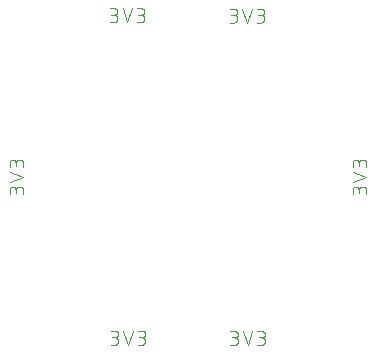
<source format=gbr>
G04 EAGLE Gerber RS-274X export*
G75*
%MOMM*%
%FSLAX34Y34*%
%LPD*%
%INSilkscreen Top*%
%IPPOS*%
%AMOC8*
5,1,8,0,0,1.08239X$1,22.5*%
G01*
%ADD10C,0.101600*%


D10*
X381518Y476853D02*
X384764Y476853D01*
X384877Y476855D01*
X384990Y476861D01*
X385103Y476871D01*
X385216Y476885D01*
X385328Y476902D01*
X385439Y476924D01*
X385549Y476949D01*
X385659Y476979D01*
X385767Y477012D01*
X385874Y477049D01*
X385980Y477089D01*
X386084Y477134D01*
X386187Y477182D01*
X386288Y477233D01*
X386387Y477288D01*
X386484Y477346D01*
X386579Y477408D01*
X386672Y477473D01*
X386762Y477541D01*
X386850Y477612D01*
X386936Y477687D01*
X387019Y477764D01*
X387099Y477844D01*
X387176Y477927D01*
X387251Y478013D01*
X387322Y478101D01*
X387390Y478191D01*
X387455Y478284D01*
X387517Y478379D01*
X387575Y478476D01*
X387630Y478575D01*
X387681Y478676D01*
X387729Y478779D01*
X387774Y478883D01*
X387814Y478989D01*
X387851Y479096D01*
X387884Y479204D01*
X387914Y479314D01*
X387939Y479424D01*
X387961Y479535D01*
X387978Y479647D01*
X387992Y479760D01*
X388002Y479873D01*
X388008Y479986D01*
X388010Y480099D01*
X388008Y480212D01*
X388002Y480325D01*
X387992Y480438D01*
X387978Y480551D01*
X387961Y480663D01*
X387939Y480774D01*
X387914Y480884D01*
X387884Y480994D01*
X387851Y481102D01*
X387814Y481209D01*
X387774Y481315D01*
X387729Y481419D01*
X387681Y481522D01*
X387630Y481623D01*
X387575Y481722D01*
X387517Y481819D01*
X387455Y481914D01*
X387390Y482007D01*
X387322Y482097D01*
X387251Y482185D01*
X387176Y482271D01*
X387099Y482354D01*
X387019Y482434D01*
X386936Y482511D01*
X386850Y482586D01*
X386762Y482657D01*
X386672Y482725D01*
X386579Y482790D01*
X386484Y482852D01*
X386387Y482910D01*
X386288Y482965D01*
X386187Y483016D01*
X386084Y483064D01*
X385980Y483109D01*
X385874Y483149D01*
X385767Y483186D01*
X385659Y483219D01*
X385549Y483249D01*
X385439Y483274D01*
X385328Y483296D01*
X385216Y483313D01*
X385103Y483327D01*
X384990Y483337D01*
X384877Y483343D01*
X384764Y483345D01*
X385413Y488537D02*
X381518Y488537D01*
X385413Y488537D02*
X385514Y488535D01*
X385614Y488529D01*
X385714Y488519D01*
X385814Y488506D01*
X385913Y488488D01*
X386012Y488467D01*
X386109Y488442D01*
X386206Y488413D01*
X386301Y488380D01*
X386395Y488344D01*
X386487Y488304D01*
X386578Y488261D01*
X386667Y488214D01*
X386754Y488164D01*
X386840Y488110D01*
X386923Y488053D01*
X387003Y487993D01*
X387082Y487930D01*
X387158Y487863D01*
X387231Y487794D01*
X387301Y487722D01*
X387369Y487648D01*
X387434Y487571D01*
X387495Y487491D01*
X387554Y487409D01*
X387609Y487325D01*
X387661Y487239D01*
X387710Y487151D01*
X387755Y487061D01*
X387797Y486969D01*
X387835Y486876D01*
X387869Y486781D01*
X387900Y486686D01*
X387927Y486589D01*
X387950Y486491D01*
X387970Y486392D01*
X387985Y486292D01*
X387997Y486192D01*
X388005Y486092D01*
X388009Y485991D01*
X388009Y485891D01*
X388005Y485790D01*
X387997Y485690D01*
X387985Y485590D01*
X387970Y485490D01*
X387950Y485391D01*
X387927Y485293D01*
X387900Y485196D01*
X387869Y485101D01*
X387835Y485006D01*
X387797Y484913D01*
X387755Y484821D01*
X387710Y484731D01*
X387661Y484643D01*
X387609Y484557D01*
X387554Y484473D01*
X387495Y484391D01*
X387434Y484311D01*
X387369Y484234D01*
X387301Y484160D01*
X387231Y484088D01*
X387158Y484019D01*
X387082Y483952D01*
X387003Y483889D01*
X386923Y483829D01*
X386840Y483772D01*
X386754Y483718D01*
X386667Y483668D01*
X386578Y483621D01*
X386487Y483578D01*
X386395Y483538D01*
X386301Y483502D01*
X386206Y483469D01*
X386109Y483440D01*
X386012Y483415D01*
X385913Y483394D01*
X385814Y483376D01*
X385714Y483363D01*
X385614Y483353D01*
X385514Y483347D01*
X385413Y483345D01*
X385413Y483344D02*
X382817Y483344D01*
X392299Y488537D02*
X396194Y476853D01*
X400089Y488537D01*
X404378Y476853D02*
X407624Y476853D01*
X407737Y476855D01*
X407850Y476861D01*
X407963Y476871D01*
X408076Y476885D01*
X408188Y476902D01*
X408299Y476924D01*
X408409Y476949D01*
X408519Y476979D01*
X408627Y477012D01*
X408734Y477049D01*
X408840Y477089D01*
X408944Y477134D01*
X409047Y477182D01*
X409148Y477233D01*
X409247Y477288D01*
X409344Y477346D01*
X409439Y477408D01*
X409532Y477473D01*
X409622Y477541D01*
X409710Y477612D01*
X409796Y477687D01*
X409879Y477764D01*
X409959Y477844D01*
X410036Y477927D01*
X410111Y478013D01*
X410182Y478101D01*
X410250Y478191D01*
X410315Y478284D01*
X410377Y478379D01*
X410435Y478476D01*
X410490Y478575D01*
X410541Y478676D01*
X410589Y478779D01*
X410634Y478883D01*
X410674Y478989D01*
X410711Y479096D01*
X410744Y479204D01*
X410774Y479314D01*
X410799Y479424D01*
X410821Y479535D01*
X410838Y479647D01*
X410852Y479760D01*
X410862Y479873D01*
X410868Y479986D01*
X410870Y480099D01*
X410868Y480212D01*
X410862Y480325D01*
X410852Y480438D01*
X410838Y480551D01*
X410821Y480663D01*
X410799Y480774D01*
X410774Y480884D01*
X410744Y480994D01*
X410711Y481102D01*
X410674Y481209D01*
X410634Y481315D01*
X410589Y481419D01*
X410541Y481522D01*
X410490Y481623D01*
X410435Y481722D01*
X410377Y481819D01*
X410315Y481914D01*
X410250Y482007D01*
X410182Y482097D01*
X410111Y482185D01*
X410036Y482271D01*
X409959Y482354D01*
X409879Y482434D01*
X409796Y482511D01*
X409710Y482586D01*
X409622Y482657D01*
X409532Y482725D01*
X409439Y482790D01*
X409344Y482852D01*
X409247Y482910D01*
X409148Y482965D01*
X409047Y483016D01*
X408944Y483064D01*
X408840Y483109D01*
X408734Y483149D01*
X408627Y483186D01*
X408519Y483219D01*
X408409Y483249D01*
X408299Y483274D01*
X408188Y483296D01*
X408076Y483313D01*
X407963Y483327D01*
X407850Y483337D01*
X407737Y483343D01*
X407624Y483345D01*
X408273Y488537D02*
X404378Y488537D01*
X408273Y488537D02*
X408374Y488535D01*
X408474Y488529D01*
X408574Y488519D01*
X408674Y488506D01*
X408773Y488488D01*
X408872Y488467D01*
X408969Y488442D01*
X409066Y488413D01*
X409161Y488380D01*
X409255Y488344D01*
X409347Y488304D01*
X409438Y488261D01*
X409527Y488214D01*
X409614Y488164D01*
X409700Y488110D01*
X409783Y488053D01*
X409863Y487993D01*
X409942Y487930D01*
X410018Y487863D01*
X410091Y487794D01*
X410161Y487722D01*
X410229Y487648D01*
X410294Y487571D01*
X410355Y487491D01*
X410414Y487409D01*
X410469Y487325D01*
X410521Y487239D01*
X410570Y487151D01*
X410615Y487061D01*
X410657Y486969D01*
X410695Y486876D01*
X410729Y486781D01*
X410760Y486686D01*
X410787Y486589D01*
X410810Y486491D01*
X410830Y486392D01*
X410845Y486292D01*
X410857Y486192D01*
X410865Y486092D01*
X410869Y485991D01*
X410869Y485891D01*
X410865Y485790D01*
X410857Y485690D01*
X410845Y485590D01*
X410830Y485490D01*
X410810Y485391D01*
X410787Y485293D01*
X410760Y485196D01*
X410729Y485101D01*
X410695Y485006D01*
X410657Y484913D01*
X410615Y484821D01*
X410570Y484731D01*
X410521Y484643D01*
X410469Y484557D01*
X410414Y484473D01*
X410355Y484391D01*
X410294Y484311D01*
X410229Y484234D01*
X410161Y484160D01*
X410091Y484088D01*
X410018Y484019D01*
X409942Y483952D01*
X409863Y483889D01*
X409783Y483829D01*
X409700Y483772D01*
X409614Y483718D01*
X409527Y483668D01*
X409438Y483621D01*
X409347Y483578D01*
X409255Y483538D01*
X409161Y483502D01*
X409066Y483469D01*
X408969Y483440D01*
X408872Y483415D01*
X408773Y483394D01*
X408674Y483376D01*
X408574Y483363D01*
X408474Y483353D01*
X408374Y483347D01*
X408273Y483345D01*
X408273Y483344D02*
X405677Y483344D01*
X497242Y334770D02*
X497242Y331524D01*
X497242Y334770D02*
X497240Y334883D01*
X497234Y334996D01*
X497224Y335109D01*
X497210Y335222D01*
X497193Y335334D01*
X497171Y335445D01*
X497146Y335555D01*
X497116Y335665D01*
X497083Y335773D01*
X497046Y335880D01*
X497006Y335986D01*
X496961Y336090D01*
X496913Y336193D01*
X496862Y336294D01*
X496807Y336393D01*
X496749Y336490D01*
X496687Y336585D01*
X496622Y336678D01*
X496554Y336768D01*
X496483Y336856D01*
X496408Y336942D01*
X496331Y337025D01*
X496251Y337105D01*
X496168Y337182D01*
X496082Y337257D01*
X495994Y337328D01*
X495904Y337396D01*
X495811Y337461D01*
X495716Y337523D01*
X495619Y337581D01*
X495520Y337636D01*
X495419Y337687D01*
X495316Y337735D01*
X495212Y337780D01*
X495106Y337820D01*
X494999Y337857D01*
X494891Y337890D01*
X494781Y337920D01*
X494671Y337945D01*
X494560Y337967D01*
X494448Y337984D01*
X494335Y337998D01*
X494222Y338008D01*
X494109Y338014D01*
X493996Y338016D01*
X493883Y338014D01*
X493770Y338008D01*
X493657Y337998D01*
X493544Y337984D01*
X493432Y337967D01*
X493321Y337945D01*
X493211Y337920D01*
X493101Y337890D01*
X492993Y337857D01*
X492886Y337820D01*
X492780Y337780D01*
X492676Y337735D01*
X492573Y337687D01*
X492472Y337636D01*
X492373Y337581D01*
X492276Y337523D01*
X492181Y337461D01*
X492088Y337396D01*
X491998Y337328D01*
X491910Y337257D01*
X491824Y337182D01*
X491741Y337105D01*
X491661Y337025D01*
X491584Y336942D01*
X491509Y336856D01*
X491438Y336768D01*
X491370Y336678D01*
X491305Y336585D01*
X491243Y336490D01*
X491185Y336393D01*
X491130Y336294D01*
X491079Y336193D01*
X491031Y336090D01*
X490986Y335986D01*
X490946Y335880D01*
X490909Y335773D01*
X490876Y335665D01*
X490846Y335555D01*
X490821Y335445D01*
X490799Y335334D01*
X490782Y335222D01*
X490768Y335109D01*
X490758Y334996D01*
X490752Y334883D01*
X490750Y334770D01*
X485558Y335419D02*
X485558Y331524D01*
X485558Y335419D02*
X485560Y335520D01*
X485566Y335620D01*
X485576Y335720D01*
X485589Y335820D01*
X485607Y335919D01*
X485628Y336018D01*
X485653Y336115D01*
X485682Y336212D01*
X485715Y336307D01*
X485751Y336401D01*
X485791Y336493D01*
X485834Y336584D01*
X485881Y336673D01*
X485931Y336760D01*
X485985Y336846D01*
X486042Y336929D01*
X486102Y337009D01*
X486165Y337088D01*
X486232Y337164D01*
X486301Y337237D01*
X486373Y337307D01*
X486447Y337375D01*
X486524Y337440D01*
X486604Y337501D01*
X486686Y337560D01*
X486770Y337615D01*
X486856Y337667D01*
X486944Y337716D01*
X487034Y337761D01*
X487126Y337803D01*
X487219Y337841D01*
X487314Y337875D01*
X487409Y337906D01*
X487506Y337933D01*
X487604Y337956D01*
X487703Y337976D01*
X487803Y337991D01*
X487903Y338003D01*
X488003Y338011D01*
X488104Y338015D01*
X488204Y338015D01*
X488305Y338011D01*
X488405Y338003D01*
X488505Y337991D01*
X488605Y337976D01*
X488704Y337956D01*
X488802Y337933D01*
X488899Y337906D01*
X488994Y337875D01*
X489089Y337841D01*
X489182Y337803D01*
X489274Y337761D01*
X489364Y337716D01*
X489452Y337667D01*
X489538Y337615D01*
X489622Y337560D01*
X489704Y337501D01*
X489784Y337440D01*
X489861Y337375D01*
X489935Y337307D01*
X490007Y337237D01*
X490076Y337164D01*
X490143Y337088D01*
X490206Y337009D01*
X490266Y336929D01*
X490323Y336846D01*
X490377Y336760D01*
X490427Y336673D01*
X490474Y336584D01*
X490517Y336493D01*
X490557Y336401D01*
X490593Y336307D01*
X490626Y336212D01*
X490655Y336115D01*
X490680Y336018D01*
X490701Y335919D01*
X490719Y335820D01*
X490732Y335720D01*
X490742Y335620D01*
X490748Y335520D01*
X490750Y335419D01*
X490751Y335419D02*
X490751Y332823D01*
X485558Y342305D02*
X497242Y346200D01*
X485558Y350095D01*
X497242Y354384D02*
X497242Y357630D01*
X497240Y357743D01*
X497234Y357856D01*
X497224Y357969D01*
X497210Y358082D01*
X497193Y358194D01*
X497171Y358305D01*
X497146Y358415D01*
X497116Y358525D01*
X497083Y358633D01*
X497046Y358740D01*
X497006Y358846D01*
X496961Y358950D01*
X496913Y359053D01*
X496862Y359154D01*
X496807Y359253D01*
X496749Y359350D01*
X496687Y359445D01*
X496622Y359538D01*
X496554Y359628D01*
X496483Y359716D01*
X496408Y359802D01*
X496331Y359885D01*
X496251Y359965D01*
X496168Y360042D01*
X496082Y360117D01*
X495994Y360188D01*
X495904Y360256D01*
X495811Y360321D01*
X495716Y360383D01*
X495619Y360441D01*
X495520Y360496D01*
X495419Y360547D01*
X495316Y360595D01*
X495212Y360640D01*
X495106Y360680D01*
X494999Y360717D01*
X494891Y360750D01*
X494781Y360780D01*
X494671Y360805D01*
X494560Y360827D01*
X494448Y360844D01*
X494335Y360858D01*
X494222Y360868D01*
X494109Y360874D01*
X493996Y360876D01*
X493883Y360874D01*
X493770Y360868D01*
X493657Y360858D01*
X493544Y360844D01*
X493432Y360827D01*
X493321Y360805D01*
X493211Y360780D01*
X493101Y360750D01*
X492993Y360717D01*
X492886Y360680D01*
X492780Y360640D01*
X492676Y360595D01*
X492573Y360547D01*
X492472Y360496D01*
X492373Y360441D01*
X492276Y360383D01*
X492181Y360321D01*
X492088Y360256D01*
X491998Y360188D01*
X491910Y360117D01*
X491824Y360042D01*
X491741Y359965D01*
X491661Y359885D01*
X491584Y359802D01*
X491509Y359716D01*
X491438Y359628D01*
X491370Y359538D01*
X491305Y359445D01*
X491243Y359350D01*
X491185Y359253D01*
X491130Y359154D01*
X491079Y359053D01*
X491031Y358950D01*
X490986Y358846D01*
X490946Y358740D01*
X490909Y358633D01*
X490876Y358525D01*
X490846Y358415D01*
X490821Y358305D01*
X490799Y358194D01*
X490782Y358082D01*
X490768Y357969D01*
X490758Y357856D01*
X490752Y357743D01*
X490750Y357630D01*
X485558Y358279D02*
X485558Y354384D01*
X485558Y358279D02*
X485560Y358380D01*
X485566Y358480D01*
X485576Y358580D01*
X485589Y358680D01*
X485607Y358779D01*
X485628Y358878D01*
X485653Y358975D01*
X485682Y359072D01*
X485715Y359167D01*
X485751Y359261D01*
X485791Y359353D01*
X485834Y359444D01*
X485881Y359533D01*
X485931Y359620D01*
X485985Y359706D01*
X486042Y359789D01*
X486102Y359869D01*
X486165Y359948D01*
X486232Y360024D01*
X486301Y360097D01*
X486373Y360167D01*
X486447Y360235D01*
X486524Y360300D01*
X486604Y360361D01*
X486686Y360420D01*
X486770Y360475D01*
X486856Y360527D01*
X486944Y360576D01*
X487034Y360621D01*
X487126Y360663D01*
X487219Y360701D01*
X487314Y360735D01*
X487409Y360766D01*
X487506Y360793D01*
X487604Y360816D01*
X487703Y360836D01*
X487803Y360851D01*
X487903Y360863D01*
X488003Y360871D01*
X488104Y360875D01*
X488204Y360875D01*
X488305Y360871D01*
X488405Y360863D01*
X488505Y360851D01*
X488605Y360836D01*
X488704Y360816D01*
X488802Y360793D01*
X488899Y360766D01*
X488994Y360735D01*
X489089Y360701D01*
X489182Y360663D01*
X489274Y360621D01*
X489364Y360576D01*
X489452Y360527D01*
X489538Y360475D01*
X489622Y360420D01*
X489704Y360361D01*
X489784Y360300D01*
X489861Y360235D01*
X489935Y360167D01*
X490007Y360097D01*
X490076Y360024D01*
X490143Y359948D01*
X490206Y359869D01*
X490266Y359789D01*
X490323Y359706D01*
X490377Y359620D01*
X490427Y359533D01*
X490474Y359444D01*
X490517Y359353D01*
X490557Y359261D01*
X490593Y359167D01*
X490626Y359072D01*
X490655Y358975D01*
X490680Y358878D01*
X490701Y358779D01*
X490719Y358680D01*
X490732Y358580D01*
X490742Y358480D01*
X490748Y358380D01*
X490750Y358279D01*
X490751Y358279D02*
X490751Y355683D01*
X385272Y203960D02*
X382026Y203960D01*
X385272Y203960D02*
X385385Y203962D01*
X385498Y203968D01*
X385611Y203978D01*
X385724Y203992D01*
X385836Y204009D01*
X385947Y204031D01*
X386057Y204056D01*
X386167Y204086D01*
X386275Y204119D01*
X386382Y204156D01*
X386488Y204196D01*
X386592Y204241D01*
X386695Y204289D01*
X386796Y204340D01*
X386895Y204395D01*
X386992Y204453D01*
X387087Y204515D01*
X387180Y204580D01*
X387270Y204648D01*
X387358Y204719D01*
X387444Y204794D01*
X387527Y204871D01*
X387607Y204951D01*
X387684Y205034D01*
X387759Y205120D01*
X387830Y205208D01*
X387898Y205298D01*
X387963Y205391D01*
X388025Y205486D01*
X388083Y205583D01*
X388138Y205682D01*
X388189Y205783D01*
X388237Y205886D01*
X388282Y205990D01*
X388322Y206096D01*
X388359Y206203D01*
X388392Y206311D01*
X388422Y206421D01*
X388447Y206531D01*
X388469Y206642D01*
X388486Y206754D01*
X388500Y206867D01*
X388510Y206980D01*
X388516Y207093D01*
X388518Y207206D01*
X388516Y207319D01*
X388510Y207432D01*
X388500Y207545D01*
X388486Y207658D01*
X388469Y207770D01*
X388447Y207881D01*
X388422Y207991D01*
X388392Y208101D01*
X388359Y208209D01*
X388322Y208316D01*
X388282Y208422D01*
X388237Y208526D01*
X388189Y208629D01*
X388138Y208730D01*
X388083Y208829D01*
X388025Y208926D01*
X387963Y209021D01*
X387898Y209114D01*
X387830Y209204D01*
X387759Y209292D01*
X387684Y209378D01*
X387607Y209461D01*
X387527Y209541D01*
X387444Y209618D01*
X387358Y209693D01*
X387270Y209764D01*
X387180Y209832D01*
X387087Y209897D01*
X386992Y209959D01*
X386895Y210017D01*
X386796Y210072D01*
X386695Y210123D01*
X386592Y210171D01*
X386488Y210216D01*
X386382Y210256D01*
X386275Y210293D01*
X386167Y210326D01*
X386057Y210356D01*
X385947Y210381D01*
X385836Y210403D01*
X385724Y210420D01*
X385611Y210434D01*
X385498Y210444D01*
X385385Y210450D01*
X385272Y210452D01*
X385921Y215644D02*
X382026Y215644D01*
X385921Y215644D02*
X386022Y215642D01*
X386122Y215636D01*
X386222Y215626D01*
X386322Y215613D01*
X386421Y215595D01*
X386520Y215574D01*
X386617Y215549D01*
X386714Y215520D01*
X386809Y215487D01*
X386903Y215451D01*
X386995Y215411D01*
X387086Y215368D01*
X387175Y215321D01*
X387262Y215271D01*
X387348Y215217D01*
X387431Y215160D01*
X387511Y215100D01*
X387590Y215037D01*
X387666Y214970D01*
X387739Y214901D01*
X387809Y214829D01*
X387877Y214755D01*
X387942Y214678D01*
X388003Y214598D01*
X388062Y214516D01*
X388117Y214432D01*
X388169Y214346D01*
X388218Y214258D01*
X388263Y214168D01*
X388305Y214076D01*
X388343Y213983D01*
X388377Y213888D01*
X388408Y213793D01*
X388435Y213696D01*
X388458Y213598D01*
X388478Y213499D01*
X388493Y213399D01*
X388505Y213299D01*
X388513Y213199D01*
X388517Y213098D01*
X388517Y212998D01*
X388513Y212897D01*
X388505Y212797D01*
X388493Y212697D01*
X388478Y212597D01*
X388458Y212498D01*
X388435Y212400D01*
X388408Y212303D01*
X388377Y212208D01*
X388343Y212113D01*
X388305Y212020D01*
X388263Y211928D01*
X388218Y211838D01*
X388169Y211750D01*
X388117Y211664D01*
X388062Y211580D01*
X388003Y211498D01*
X387942Y211418D01*
X387877Y211341D01*
X387809Y211267D01*
X387739Y211195D01*
X387666Y211126D01*
X387590Y211059D01*
X387511Y210996D01*
X387431Y210936D01*
X387348Y210879D01*
X387262Y210825D01*
X387175Y210775D01*
X387086Y210728D01*
X386995Y210685D01*
X386903Y210645D01*
X386809Y210609D01*
X386714Y210576D01*
X386617Y210547D01*
X386520Y210522D01*
X386421Y210501D01*
X386322Y210483D01*
X386222Y210470D01*
X386122Y210460D01*
X386022Y210454D01*
X385921Y210452D01*
X385921Y210451D02*
X383325Y210451D01*
X392807Y215644D02*
X396702Y203960D01*
X400597Y215644D01*
X404886Y203960D02*
X408132Y203960D01*
X408245Y203962D01*
X408358Y203968D01*
X408471Y203978D01*
X408584Y203992D01*
X408696Y204009D01*
X408807Y204031D01*
X408917Y204056D01*
X409027Y204086D01*
X409135Y204119D01*
X409242Y204156D01*
X409348Y204196D01*
X409452Y204241D01*
X409555Y204289D01*
X409656Y204340D01*
X409755Y204395D01*
X409852Y204453D01*
X409947Y204515D01*
X410040Y204580D01*
X410130Y204648D01*
X410218Y204719D01*
X410304Y204794D01*
X410387Y204871D01*
X410467Y204951D01*
X410544Y205034D01*
X410619Y205120D01*
X410690Y205208D01*
X410758Y205298D01*
X410823Y205391D01*
X410885Y205486D01*
X410943Y205583D01*
X410998Y205682D01*
X411049Y205783D01*
X411097Y205886D01*
X411142Y205990D01*
X411182Y206096D01*
X411219Y206203D01*
X411252Y206311D01*
X411282Y206421D01*
X411307Y206531D01*
X411329Y206642D01*
X411346Y206754D01*
X411360Y206867D01*
X411370Y206980D01*
X411376Y207093D01*
X411378Y207206D01*
X411376Y207319D01*
X411370Y207432D01*
X411360Y207545D01*
X411346Y207658D01*
X411329Y207770D01*
X411307Y207881D01*
X411282Y207991D01*
X411252Y208101D01*
X411219Y208209D01*
X411182Y208316D01*
X411142Y208422D01*
X411097Y208526D01*
X411049Y208629D01*
X410998Y208730D01*
X410943Y208829D01*
X410885Y208926D01*
X410823Y209021D01*
X410758Y209114D01*
X410690Y209204D01*
X410619Y209292D01*
X410544Y209378D01*
X410467Y209461D01*
X410387Y209541D01*
X410304Y209618D01*
X410218Y209693D01*
X410130Y209764D01*
X410040Y209832D01*
X409947Y209897D01*
X409852Y209959D01*
X409755Y210017D01*
X409656Y210072D01*
X409555Y210123D01*
X409452Y210171D01*
X409348Y210216D01*
X409242Y210256D01*
X409135Y210293D01*
X409027Y210326D01*
X408917Y210356D01*
X408807Y210381D01*
X408696Y210403D01*
X408584Y210420D01*
X408471Y210434D01*
X408358Y210444D01*
X408245Y210450D01*
X408132Y210452D01*
X408781Y215644D02*
X404886Y215644D01*
X408781Y215644D02*
X408882Y215642D01*
X408982Y215636D01*
X409082Y215626D01*
X409182Y215613D01*
X409281Y215595D01*
X409380Y215574D01*
X409477Y215549D01*
X409574Y215520D01*
X409669Y215487D01*
X409763Y215451D01*
X409855Y215411D01*
X409946Y215368D01*
X410035Y215321D01*
X410122Y215271D01*
X410208Y215217D01*
X410291Y215160D01*
X410371Y215100D01*
X410450Y215037D01*
X410526Y214970D01*
X410599Y214901D01*
X410669Y214829D01*
X410737Y214755D01*
X410802Y214678D01*
X410863Y214598D01*
X410922Y214516D01*
X410977Y214432D01*
X411029Y214346D01*
X411078Y214258D01*
X411123Y214168D01*
X411165Y214076D01*
X411203Y213983D01*
X411237Y213888D01*
X411268Y213793D01*
X411295Y213696D01*
X411318Y213598D01*
X411338Y213499D01*
X411353Y213399D01*
X411365Y213299D01*
X411373Y213199D01*
X411377Y213098D01*
X411377Y212998D01*
X411373Y212897D01*
X411365Y212797D01*
X411353Y212697D01*
X411338Y212597D01*
X411318Y212498D01*
X411295Y212400D01*
X411268Y212303D01*
X411237Y212208D01*
X411203Y212113D01*
X411165Y212020D01*
X411123Y211928D01*
X411078Y211838D01*
X411029Y211750D01*
X410977Y211664D01*
X410922Y211580D01*
X410863Y211498D01*
X410802Y211418D01*
X410737Y211341D01*
X410669Y211267D01*
X410599Y211195D01*
X410526Y211126D01*
X410450Y211059D01*
X410371Y210996D01*
X410291Y210936D01*
X410208Y210879D01*
X410122Y210825D01*
X410035Y210775D01*
X409946Y210728D01*
X409855Y210685D01*
X409763Y210645D01*
X409669Y210609D01*
X409574Y210576D01*
X409477Y210547D01*
X409380Y210522D01*
X409281Y210501D01*
X409182Y210483D01*
X409082Y210470D01*
X408982Y210460D01*
X408882Y210454D01*
X408781Y210452D01*
X408781Y210451D02*
X406185Y210451D01*
X206842Y331524D02*
X206842Y334770D01*
X206840Y334883D01*
X206834Y334996D01*
X206824Y335109D01*
X206810Y335222D01*
X206793Y335334D01*
X206771Y335445D01*
X206746Y335555D01*
X206716Y335665D01*
X206683Y335773D01*
X206646Y335880D01*
X206606Y335986D01*
X206561Y336090D01*
X206513Y336193D01*
X206462Y336294D01*
X206407Y336393D01*
X206349Y336490D01*
X206287Y336585D01*
X206222Y336678D01*
X206154Y336768D01*
X206083Y336856D01*
X206008Y336942D01*
X205931Y337025D01*
X205851Y337105D01*
X205768Y337182D01*
X205682Y337257D01*
X205594Y337328D01*
X205504Y337396D01*
X205411Y337461D01*
X205316Y337523D01*
X205219Y337581D01*
X205120Y337636D01*
X205019Y337687D01*
X204916Y337735D01*
X204812Y337780D01*
X204706Y337820D01*
X204599Y337857D01*
X204491Y337890D01*
X204381Y337920D01*
X204271Y337945D01*
X204160Y337967D01*
X204048Y337984D01*
X203935Y337998D01*
X203822Y338008D01*
X203709Y338014D01*
X203596Y338016D01*
X203483Y338014D01*
X203370Y338008D01*
X203257Y337998D01*
X203144Y337984D01*
X203032Y337967D01*
X202921Y337945D01*
X202811Y337920D01*
X202701Y337890D01*
X202593Y337857D01*
X202486Y337820D01*
X202380Y337780D01*
X202276Y337735D01*
X202173Y337687D01*
X202072Y337636D01*
X201973Y337581D01*
X201876Y337523D01*
X201781Y337461D01*
X201688Y337396D01*
X201598Y337328D01*
X201510Y337257D01*
X201424Y337182D01*
X201341Y337105D01*
X201261Y337025D01*
X201184Y336942D01*
X201109Y336856D01*
X201038Y336768D01*
X200970Y336678D01*
X200905Y336585D01*
X200843Y336490D01*
X200785Y336393D01*
X200730Y336294D01*
X200679Y336193D01*
X200631Y336090D01*
X200586Y335986D01*
X200546Y335880D01*
X200509Y335773D01*
X200476Y335665D01*
X200446Y335555D01*
X200421Y335445D01*
X200399Y335334D01*
X200382Y335222D01*
X200368Y335109D01*
X200358Y334996D01*
X200352Y334883D01*
X200350Y334770D01*
X195158Y335419D02*
X195158Y331524D01*
X195158Y335419D02*
X195160Y335520D01*
X195166Y335620D01*
X195176Y335720D01*
X195189Y335820D01*
X195207Y335919D01*
X195228Y336018D01*
X195253Y336115D01*
X195282Y336212D01*
X195315Y336307D01*
X195351Y336401D01*
X195391Y336493D01*
X195434Y336584D01*
X195481Y336673D01*
X195531Y336760D01*
X195585Y336846D01*
X195642Y336929D01*
X195702Y337009D01*
X195765Y337088D01*
X195832Y337164D01*
X195901Y337237D01*
X195973Y337307D01*
X196047Y337375D01*
X196124Y337440D01*
X196204Y337501D01*
X196286Y337560D01*
X196370Y337615D01*
X196456Y337667D01*
X196544Y337716D01*
X196634Y337761D01*
X196726Y337803D01*
X196819Y337841D01*
X196914Y337875D01*
X197009Y337906D01*
X197106Y337933D01*
X197204Y337956D01*
X197303Y337976D01*
X197403Y337991D01*
X197503Y338003D01*
X197603Y338011D01*
X197704Y338015D01*
X197804Y338015D01*
X197905Y338011D01*
X198005Y338003D01*
X198105Y337991D01*
X198205Y337976D01*
X198304Y337956D01*
X198402Y337933D01*
X198499Y337906D01*
X198594Y337875D01*
X198689Y337841D01*
X198782Y337803D01*
X198874Y337761D01*
X198964Y337716D01*
X199052Y337667D01*
X199138Y337615D01*
X199222Y337560D01*
X199304Y337501D01*
X199384Y337440D01*
X199461Y337375D01*
X199535Y337307D01*
X199607Y337237D01*
X199676Y337164D01*
X199743Y337088D01*
X199806Y337009D01*
X199866Y336929D01*
X199923Y336846D01*
X199977Y336760D01*
X200027Y336673D01*
X200074Y336584D01*
X200117Y336493D01*
X200157Y336401D01*
X200193Y336307D01*
X200226Y336212D01*
X200255Y336115D01*
X200280Y336018D01*
X200301Y335919D01*
X200319Y335820D01*
X200332Y335720D01*
X200342Y335620D01*
X200348Y335520D01*
X200350Y335419D01*
X200351Y335419D02*
X200351Y332823D01*
X195158Y342305D02*
X206842Y346200D01*
X195158Y350095D01*
X206842Y354384D02*
X206842Y357630D01*
X206840Y357743D01*
X206834Y357856D01*
X206824Y357969D01*
X206810Y358082D01*
X206793Y358194D01*
X206771Y358305D01*
X206746Y358415D01*
X206716Y358525D01*
X206683Y358633D01*
X206646Y358740D01*
X206606Y358846D01*
X206561Y358950D01*
X206513Y359053D01*
X206462Y359154D01*
X206407Y359253D01*
X206349Y359350D01*
X206287Y359445D01*
X206222Y359538D01*
X206154Y359628D01*
X206083Y359716D01*
X206008Y359802D01*
X205931Y359885D01*
X205851Y359965D01*
X205768Y360042D01*
X205682Y360117D01*
X205594Y360188D01*
X205504Y360256D01*
X205411Y360321D01*
X205316Y360383D01*
X205219Y360441D01*
X205120Y360496D01*
X205019Y360547D01*
X204916Y360595D01*
X204812Y360640D01*
X204706Y360680D01*
X204599Y360717D01*
X204491Y360750D01*
X204381Y360780D01*
X204271Y360805D01*
X204160Y360827D01*
X204048Y360844D01*
X203935Y360858D01*
X203822Y360868D01*
X203709Y360874D01*
X203596Y360876D01*
X203483Y360874D01*
X203370Y360868D01*
X203257Y360858D01*
X203144Y360844D01*
X203032Y360827D01*
X202921Y360805D01*
X202811Y360780D01*
X202701Y360750D01*
X202593Y360717D01*
X202486Y360680D01*
X202380Y360640D01*
X202276Y360595D01*
X202173Y360547D01*
X202072Y360496D01*
X201973Y360441D01*
X201876Y360383D01*
X201781Y360321D01*
X201688Y360256D01*
X201598Y360188D01*
X201510Y360117D01*
X201424Y360042D01*
X201341Y359965D01*
X201261Y359885D01*
X201184Y359802D01*
X201109Y359716D01*
X201038Y359628D01*
X200970Y359538D01*
X200905Y359445D01*
X200843Y359350D01*
X200785Y359253D01*
X200730Y359154D01*
X200679Y359053D01*
X200631Y358950D01*
X200586Y358846D01*
X200546Y358740D01*
X200509Y358633D01*
X200476Y358525D01*
X200446Y358415D01*
X200421Y358305D01*
X200399Y358194D01*
X200382Y358082D01*
X200368Y357969D01*
X200358Y357856D01*
X200352Y357743D01*
X200350Y357630D01*
X195158Y358279D02*
X195158Y354384D01*
X195158Y358279D02*
X195160Y358380D01*
X195166Y358480D01*
X195176Y358580D01*
X195189Y358680D01*
X195207Y358779D01*
X195228Y358878D01*
X195253Y358975D01*
X195282Y359072D01*
X195315Y359167D01*
X195351Y359261D01*
X195391Y359353D01*
X195434Y359444D01*
X195481Y359533D01*
X195531Y359620D01*
X195585Y359706D01*
X195642Y359789D01*
X195702Y359869D01*
X195765Y359948D01*
X195832Y360024D01*
X195901Y360097D01*
X195973Y360167D01*
X196047Y360235D01*
X196124Y360300D01*
X196204Y360361D01*
X196286Y360420D01*
X196370Y360475D01*
X196456Y360527D01*
X196544Y360576D01*
X196634Y360621D01*
X196726Y360663D01*
X196819Y360701D01*
X196914Y360735D01*
X197009Y360766D01*
X197106Y360793D01*
X197204Y360816D01*
X197303Y360836D01*
X197403Y360851D01*
X197503Y360863D01*
X197603Y360871D01*
X197704Y360875D01*
X197804Y360875D01*
X197905Y360871D01*
X198005Y360863D01*
X198105Y360851D01*
X198205Y360836D01*
X198304Y360816D01*
X198402Y360793D01*
X198499Y360766D01*
X198594Y360735D01*
X198689Y360701D01*
X198782Y360663D01*
X198874Y360621D01*
X198964Y360576D01*
X199052Y360527D01*
X199138Y360475D01*
X199222Y360420D01*
X199304Y360361D01*
X199384Y360300D01*
X199461Y360235D01*
X199535Y360167D01*
X199607Y360097D01*
X199676Y360024D01*
X199743Y359948D01*
X199806Y359869D01*
X199866Y359789D01*
X199923Y359706D01*
X199977Y359620D01*
X200027Y359533D01*
X200074Y359444D01*
X200117Y359353D01*
X200157Y359261D01*
X200193Y359167D01*
X200226Y359072D01*
X200255Y358975D01*
X200280Y358878D01*
X200301Y358779D01*
X200319Y358680D01*
X200332Y358580D01*
X200342Y358480D01*
X200348Y358380D01*
X200350Y358279D01*
X200351Y358279D02*
X200351Y355683D01*
X280006Y477234D02*
X283252Y477234D01*
X283365Y477236D01*
X283478Y477242D01*
X283591Y477252D01*
X283704Y477266D01*
X283816Y477283D01*
X283927Y477305D01*
X284037Y477330D01*
X284147Y477360D01*
X284255Y477393D01*
X284362Y477430D01*
X284468Y477470D01*
X284572Y477515D01*
X284675Y477563D01*
X284776Y477614D01*
X284875Y477669D01*
X284972Y477727D01*
X285067Y477789D01*
X285160Y477854D01*
X285250Y477922D01*
X285338Y477993D01*
X285424Y478068D01*
X285507Y478145D01*
X285587Y478225D01*
X285664Y478308D01*
X285739Y478394D01*
X285810Y478482D01*
X285878Y478572D01*
X285943Y478665D01*
X286005Y478760D01*
X286063Y478857D01*
X286118Y478956D01*
X286169Y479057D01*
X286217Y479160D01*
X286262Y479264D01*
X286302Y479370D01*
X286339Y479477D01*
X286372Y479585D01*
X286402Y479695D01*
X286427Y479805D01*
X286449Y479916D01*
X286466Y480028D01*
X286480Y480141D01*
X286490Y480254D01*
X286496Y480367D01*
X286498Y480480D01*
X286496Y480593D01*
X286490Y480706D01*
X286480Y480819D01*
X286466Y480932D01*
X286449Y481044D01*
X286427Y481155D01*
X286402Y481265D01*
X286372Y481375D01*
X286339Y481483D01*
X286302Y481590D01*
X286262Y481696D01*
X286217Y481800D01*
X286169Y481903D01*
X286118Y482004D01*
X286063Y482103D01*
X286005Y482200D01*
X285943Y482295D01*
X285878Y482388D01*
X285810Y482478D01*
X285739Y482566D01*
X285664Y482652D01*
X285587Y482735D01*
X285507Y482815D01*
X285424Y482892D01*
X285338Y482967D01*
X285250Y483038D01*
X285160Y483106D01*
X285067Y483171D01*
X284972Y483233D01*
X284875Y483291D01*
X284776Y483346D01*
X284675Y483397D01*
X284572Y483445D01*
X284468Y483490D01*
X284362Y483530D01*
X284255Y483567D01*
X284147Y483600D01*
X284037Y483630D01*
X283927Y483655D01*
X283816Y483677D01*
X283704Y483694D01*
X283591Y483708D01*
X283478Y483718D01*
X283365Y483724D01*
X283252Y483726D01*
X283901Y488918D02*
X280006Y488918D01*
X283901Y488918D02*
X284002Y488916D01*
X284102Y488910D01*
X284202Y488900D01*
X284302Y488887D01*
X284401Y488869D01*
X284500Y488848D01*
X284597Y488823D01*
X284694Y488794D01*
X284789Y488761D01*
X284883Y488725D01*
X284975Y488685D01*
X285066Y488642D01*
X285155Y488595D01*
X285242Y488545D01*
X285328Y488491D01*
X285411Y488434D01*
X285491Y488374D01*
X285570Y488311D01*
X285646Y488244D01*
X285719Y488175D01*
X285789Y488103D01*
X285857Y488029D01*
X285922Y487952D01*
X285983Y487872D01*
X286042Y487790D01*
X286097Y487706D01*
X286149Y487620D01*
X286198Y487532D01*
X286243Y487442D01*
X286285Y487350D01*
X286323Y487257D01*
X286357Y487162D01*
X286388Y487067D01*
X286415Y486970D01*
X286438Y486872D01*
X286458Y486773D01*
X286473Y486673D01*
X286485Y486573D01*
X286493Y486473D01*
X286497Y486372D01*
X286497Y486272D01*
X286493Y486171D01*
X286485Y486071D01*
X286473Y485971D01*
X286458Y485871D01*
X286438Y485772D01*
X286415Y485674D01*
X286388Y485577D01*
X286357Y485482D01*
X286323Y485387D01*
X286285Y485294D01*
X286243Y485202D01*
X286198Y485112D01*
X286149Y485024D01*
X286097Y484938D01*
X286042Y484854D01*
X285983Y484772D01*
X285922Y484692D01*
X285857Y484615D01*
X285789Y484541D01*
X285719Y484469D01*
X285646Y484400D01*
X285570Y484333D01*
X285491Y484270D01*
X285411Y484210D01*
X285328Y484153D01*
X285242Y484099D01*
X285155Y484049D01*
X285066Y484002D01*
X284975Y483959D01*
X284883Y483919D01*
X284789Y483883D01*
X284694Y483850D01*
X284597Y483821D01*
X284500Y483796D01*
X284401Y483775D01*
X284302Y483757D01*
X284202Y483744D01*
X284102Y483734D01*
X284002Y483728D01*
X283901Y483726D01*
X283901Y483725D02*
X281305Y483725D01*
X290787Y488918D02*
X294682Y477234D01*
X298577Y488918D01*
X302866Y477234D02*
X306112Y477234D01*
X306225Y477236D01*
X306338Y477242D01*
X306451Y477252D01*
X306564Y477266D01*
X306676Y477283D01*
X306787Y477305D01*
X306897Y477330D01*
X307007Y477360D01*
X307115Y477393D01*
X307222Y477430D01*
X307328Y477470D01*
X307432Y477515D01*
X307535Y477563D01*
X307636Y477614D01*
X307735Y477669D01*
X307832Y477727D01*
X307927Y477789D01*
X308020Y477854D01*
X308110Y477922D01*
X308198Y477993D01*
X308284Y478068D01*
X308367Y478145D01*
X308447Y478225D01*
X308524Y478308D01*
X308599Y478394D01*
X308670Y478482D01*
X308738Y478572D01*
X308803Y478665D01*
X308865Y478760D01*
X308923Y478857D01*
X308978Y478956D01*
X309029Y479057D01*
X309077Y479160D01*
X309122Y479264D01*
X309162Y479370D01*
X309199Y479477D01*
X309232Y479585D01*
X309262Y479695D01*
X309287Y479805D01*
X309309Y479916D01*
X309326Y480028D01*
X309340Y480141D01*
X309350Y480254D01*
X309356Y480367D01*
X309358Y480480D01*
X309356Y480593D01*
X309350Y480706D01*
X309340Y480819D01*
X309326Y480932D01*
X309309Y481044D01*
X309287Y481155D01*
X309262Y481265D01*
X309232Y481375D01*
X309199Y481483D01*
X309162Y481590D01*
X309122Y481696D01*
X309077Y481800D01*
X309029Y481903D01*
X308978Y482004D01*
X308923Y482103D01*
X308865Y482200D01*
X308803Y482295D01*
X308738Y482388D01*
X308670Y482478D01*
X308599Y482566D01*
X308524Y482652D01*
X308447Y482735D01*
X308367Y482815D01*
X308284Y482892D01*
X308198Y482967D01*
X308110Y483038D01*
X308020Y483106D01*
X307927Y483171D01*
X307832Y483233D01*
X307735Y483291D01*
X307636Y483346D01*
X307535Y483397D01*
X307432Y483445D01*
X307328Y483490D01*
X307222Y483530D01*
X307115Y483567D01*
X307007Y483600D01*
X306897Y483630D01*
X306787Y483655D01*
X306676Y483677D01*
X306564Y483694D01*
X306451Y483708D01*
X306338Y483718D01*
X306225Y483724D01*
X306112Y483726D01*
X306761Y488918D02*
X302866Y488918D01*
X306761Y488918D02*
X306862Y488916D01*
X306962Y488910D01*
X307062Y488900D01*
X307162Y488887D01*
X307261Y488869D01*
X307360Y488848D01*
X307457Y488823D01*
X307554Y488794D01*
X307649Y488761D01*
X307743Y488725D01*
X307835Y488685D01*
X307926Y488642D01*
X308015Y488595D01*
X308102Y488545D01*
X308188Y488491D01*
X308271Y488434D01*
X308351Y488374D01*
X308430Y488311D01*
X308506Y488244D01*
X308579Y488175D01*
X308649Y488103D01*
X308717Y488029D01*
X308782Y487952D01*
X308843Y487872D01*
X308902Y487790D01*
X308957Y487706D01*
X309009Y487620D01*
X309058Y487532D01*
X309103Y487442D01*
X309145Y487350D01*
X309183Y487257D01*
X309217Y487162D01*
X309248Y487067D01*
X309275Y486970D01*
X309298Y486872D01*
X309318Y486773D01*
X309333Y486673D01*
X309345Y486573D01*
X309353Y486473D01*
X309357Y486372D01*
X309357Y486272D01*
X309353Y486171D01*
X309345Y486071D01*
X309333Y485971D01*
X309318Y485871D01*
X309298Y485772D01*
X309275Y485674D01*
X309248Y485577D01*
X309217Y485482D01*
X309183Y485387D01*
X309145Y485294D01*
X309103Y485202D01*
X309058Y485112D01*
X309009Y485024D01*
X308957Y484938D01*
X308902Y484854D01*
X308843Y484772D01*
X308782Y484692D01*
X308717Y484615D01*
X308649Y484541D01*
X308579Y484469D01*
X308506Y484400D01*
X308430Y484333D01*
X308351Y484270D01*
X308271Y484210D01*
X308188Y484153D01*
X308102Y484099D01*
X308015Y484049D01*
X307926Y484002D01*
X307835Y483959D01*
X307743Y483919D01*
X307649Y483883D01*
X307554Y483850D01*
X307457Y483821D01*
X307360Y483796D01*
X307261Y483775D01*
X307162Y483757D01*
X307062Y483744D01*
X306962Y483734D01*
X306862Y483728D01*
X306761Y483726D01*
X306761Y483725D02*
X304165Y483725D01*
X283926Y203960D02*
X280680Y203960D01*
X283926Y203960D02*
X284039Y203962D01*
X284152Y203968D01*
X284265Y203978D01*
X284378Y203992D01*
X284490Y204009D01*
X284601Y204031D01*
X284711Y204056D01*
X284821Y204086D01*
X284929Y204119D01*
X285036Y204156D01*
X285142Y204196D01*
X285246Y204241D01*
X285349Y204289D01*
X285450Y204340D01*
X285549Y204395D01*
X285646Y204453D01*
X285741Y204515D01*
X285834Y204580D01*
X285924Y204648D01*
X286012Y204719D01*
X286098Y204794D01*
X286181Y204871D01*
X286261Y204951D01*
X286338Y205034D01*
X286413Y205120D01*
X286484Y205208D01*
X286552Y205298D01*
X286617Y205391D01*
X286679Y205486D01*
X286737Y205583D01*
X286792Y205682D01*
X286843Y205783D01*
X286891Y205886D01*
X286936Y205990D01*
X286976Y206096D01*
X287013Y206203D01*
X287046Y206311D01*
X287076Y206421D01*
X287101Y206531D01*
X287123Y206642D01*
X287140Y206754D01*
X287154Y206867D01*
X287164Y206980D01*
X287170Y207093D01*
X287172Y207206D01*
X287170Y207319D01*
X287164Y207432D01*
X287154Y207545D01*
X287140Y207658D01*
X287123Y207770D01*
X287101Y207881D01*
X287076Y207991D01*
X287046Y208101D01*
X287013Y208209D01*
X286976Y208316D01*
X286936Y208422D01*
X286891Y208526D01*
X286843Y208629D01*
X286792Y208730D01*
X286737Y208829D01*
X286679Y208926D01*
X286617Y209021D01*
X286552Y209114D01*
X286484Y209204D01*
X286413Y209292D01*
X286338Y209378D01*
X286261Y209461D01*
X286181Y209541D01*
X286098Y209618D01*
X286012Y209693D01*
X285924Y209764D01*
X285834Y209832D01*
X285741Y209897D01*
X285646Y209959D01*
X285549Y210017D01*
X285450Y210072D01*
X285349Y210123D01*
X285246Y210171D01*
X285142Y210216D01*
X285036Y210256D01*
X284929Y210293D01*
X284821Y210326D01*
X284711Y210356D01*
X284601Y210381D01*
X284490Y210403D01*
X284378Y210420D01*
X284265Y210434D01*
X284152Y210444D01*
X284039Y210450D01*
X283926Y210452D01*
X284575Y215644D02*
X280680Y215644D01*
X284575Y215644D02*
X284676Y215642D01*
X284776Y215636D01*
X284876Y215626D01*
X284976Y215613D01*
X285075Y215595D01*
X285174Y215574D01*
X285271Y215549D01*
X285368Y215520D01*
X285463Y215487D01*
X285557Y215451D01*
X285649Y215411D01*
X285740Y215368D01*
X285829Y215321D01*
X285916Y215271D01*
X286002Y215217D01*
X286085Y215160D01*
X286165Y215100D01*
X286244Y215037D01*
X286320Y214970D01*
X286393Y214901D01*
X286463Y214829D01*
X286531Y214755D01*
X286596Y214678D01*
X286657Y214598D01*
X286716Y214516D01*
X286771Y214432D01*
X286823Y214346D01*
X286872Y214258D01*
X286917Y214168D01*
X286959Y214076D01*
X286997Y213983D01*
X287031Y213888D01*
X287062Y213793D01*
X287089Y213696D01*
X287112Y213598D01*
X287132Y213499D01*
X287147Y213399D01*
X287159Y213299D01*
X287167Y213199D01*
X287171Y213098D01*
X287171Y212998D01*
X287167Y212897D01*
X287159Y212797D01*
X287147Y212697D01*
X287132Y212597D01*
X287112Y212498D01*
X287089Y212400D01*
X287062Y212303D01*
X287031Y212208D01*
X286997Y212113D01*
X286959Y212020D01*
X286917Y211928D01*
X286872Y211838D01*
X286823Y211750D01*
X286771Y211664D01*
X286716Y211580D01*
X286657Y211498D01*
X286596Y211418D01*
X286531Y211341D01*
X286463Y211267D01*
X286393Y211195D01*
X286320Y211126D01*
X286244Y211059D01*
X286165Y210996D01*
X286085Y210936D01*
X286002Y210879D01*
X285916Y210825D01*
X285829Y210775D01*
X285740Y210728D01*
X285649Y210685D01*
X285557Y210645D01*
X285463Y210609D01*
X285368Y210576D01*
X285271Y210547D01*
X285174Y210522D01*
X285075Y210501D01*
X284976Y210483D01*
X284876Y210470D01*
X284776Y210460D01*
X284676Y210454D01*
X284575Y210452D01*
X284575Y210451D02*
X281979Y210451D01*
X291461Y215644D02*
X295356Y203960D01*
X299251Y215644D01*
X303540Y203960D02*
X306786Y203960D01*
X306899Y203962D01*
X307012Y203968D01*
X307125Y203978D01*
X307238Y203992D01*
X307350Y204009D01*
X307461Y204031D01*
X307571Y204056D01*
X307681Y204086D01*
X307789Y204119D01*
X307896Y204156D01*
X308002Y204196D01*
X308106Y204241D01*
X308209Y204289D01*
X308310Y204340D01*
X308409Y204395D01*
X308506Y204453D01*
X308601Y204515D01*
X308694Y204580D01*
X308784Y204648D01*
X308872Y204719D01*
X308958Y204794D01*
X309041Y204871D01*
X309121Y204951D01*
X309198Y205034D01*
X309273Y205120D01*
X309344Y205208D01*
X309412Y205298D01*
X309477Y205391D01*
X309539Y205486D01*
X309597Y205583D01*
X309652Y205682D01*
X309703Y205783D01*
X309751Y205886D01*
X309796Y205990D01*
X309836Y206096D01*
X309873Y206203D01*
X309906Y206311D01*
X309936Y206421D01*
X309961Y206531D01*
X309983Y206642D01*
X310000Y206754D01*
X310014Y206867D01*
X310024Y206980D01*
X310030Y207093D01*
X310032Y207206D01*
X310030Y207319D01*
X310024Y207432D01*
X310014Y207545D01*
X310000Y207658D01*
X309983Y207770D01*
X309961Y207881D01*
X309936Y207991D01*
X309906Y208101D01*
X309873Y208209D01*
X309836Y208316D01*
X309796Y208422D01*
X309751Y208526D01*
X309703Y208629D01*
X309652Y208730D01*
X309597Y208829D01*
X309539Y208926D01*
X309477Y209021D01*
X309412Y209114D01*
X309344Y209204D01*
X309273Y209292D01*
X309198Y209378D01*
X309121Y209461D01*
X309041Y209541D01*
X308958Y209618D01*
X308872Y209693D01*
X308784Y209764D01*
X308694Y209832D01*
X308601Y209897D01*
X308506Y209959D01*
X308409Y210017D01*
X308310Y210072D01*
X308209Y210123D01*
X308106Y210171D01*
X308002Y210216D01*
X307896Y210256D01*
X307789Y210293D01*
X307681Y210326D01*
X307571Y210356D01*
X307461Y210381D01*
X307350Y210403D01*
X307238Y210420D01*
X307125Y210434D01*
X307012Y210444D01*
X306899Y210450D01*
X306786Y210452D01*
X307435Y215644D02*
X303540Y215644D01*
X307435Y215644D02*
X307536Y215642D01*
X307636Y215636D01*
X307736Y215626D01*
X307836Y215613D01*
X307935Y215595D01*
X308034Y215574D01*
X308131Y215549D01*
X308228Y215520D01*
X308323Y215487D01*
X308417Y215451D01*
X308509Y215411D01*
X308600Y215368D01*
X308689Y215321D01*
X308776Y215271D01*
X308862Y215217D01*
X308945Y215160D01*
X309025Y215100D01*
X309104Y215037D01*
X309180Y214970D01*
X309253Y214901D01*
X309323Y214829D01*
X309391Y214755D01*
X309456Y214678D01*
X309517Y214598D01*
X309576Y214516D01*
X309631Y214432D01*
X309683Y214346D01*
X309732Y214258D01*
X309777Y214168D01*
X309819Y214076D01*
X309857Y213983D01*
X309891Y213888D01*
X309922Y213793D01*
X309949Y213696D01*
X309972Y213598D01*
X309992Y213499D01*
X310007Y213399D01*
X310019Y213299D01*
X310027Y213199D01*
X310031Y213098D01*
X310031Y212998D01*
X310027Y212897D01*
X310019Y212797D01*
X310007Y212697D01*
X309992Y212597D01*
X309972Y212498D01*
X309949Y212400D01*
X309922Y212303D01*
X309891Y212208D01*
X309857Y212113D01*
X309819Y212020D01*
X309777Y211928D01*
X309732Y211838D01*
X309683Y211750D01*
X309631Y211664D01*
X309576Y211580D01*
X309517Y211498D01*
X309456Y211418D01*
X309391Y211341D01*
X309323Y211267D01*
X309253Y211195D01*
X309180Y211126D01*
X309104Y211059D01*
X309025Y210996D01*
X308945Y210936D01*
X308862Y210879D01*
X308776Y210825D01*
X308689Y210775D01*
X308600Y210728D01*
X308509Y210685D01*
X308417Y210645D01*
X308323Y210609D01*
X308228Y210576D01*
X308131Y210547D01*
X308034Y210522D01*
X307935Y210501D01*
X307836Y210483D01*
X307736Y210470D01*
X307636Y210460D01*
X307536Y210454D01*
X307435Y210452D01*
X307435Y210451D02*
X304839Y210451D01*
M02*

</source>
